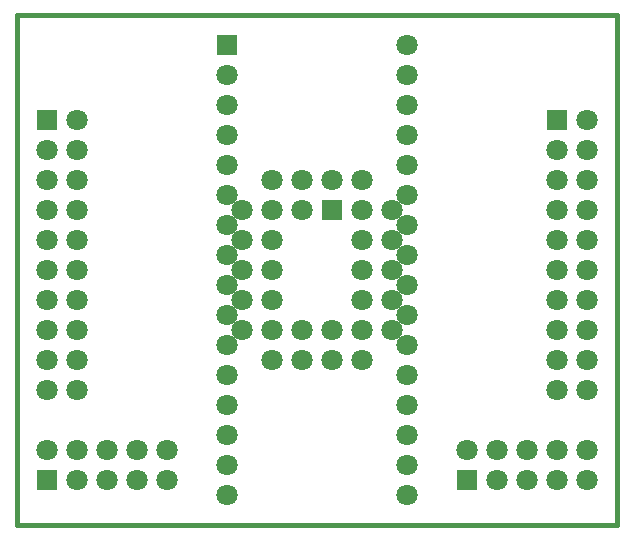
<source format=gbs>
G04 (created by PCBNEW-RS274X (2012-01-19 BZR 3256)-stable) date Tue 02 Jul 2013 11:49:59 AM CDT*
G01*
G70*
G90*
%MOIN*%
G04 Gerber Fmt 3.4, Leading zero omitted, Abs format*
%FSLAX34Y34*%
G04 APERTURE LIST*
%ADD10C,0.006000*%
%ADD11C,0.015000*%
%ADD12R,0.071000X0.071000*%
%ADD13C,0.071000*%
G04 APERTURE END LIST*
G54D10*
G54D11*
X51000Y-53000D02*
X51000Y-49500D01*
X71000Y-53000D02*
X51000Y-53000D01*
X71000Y-49500D02*
X71000Y-53000D01*
X51000Y-49500D02*
X51000Y-36000D01*
X71000Y-36000D02*
X71000Y-49500D01*
X51000Y-36000D02*
X71000Y-36000D01*
G54D12*
X58000Y-37000D03*
G54D13*
X58000Y-38000D03*
X58000Y-39000D03*
X58000Y-40000D03*
X58000Y-41000D03*
X58000Y-42000D03*
X58000Y-43000D03*
X58000Y-44000D03*
X58000Y-45000D03*
X58000Y-46000D03*
X58000Y-47000D03*
X58000Y-48000D03*
X58000Y-49000D03*
X58000Y-50000D03*
X58000Y-51000D03*
X58000Y-52000D03*
X64000Y-52000D03*
X64000Y-51000D03*
X64000Y-50000D03*
X64000Y-49000D03*
X64000Y-48000D03*
X64000Y-47000D03*
X64000Y-46000D03*
X64000Y-45000D03*
X64000Y-44000D03*
X64000Y-43000D03*
X64000Y-42000D03*
X64000Y-41000D03*
X64000Y-40000D03*
X64000Y-39000D03*
X64000Y-38000D03*
X64000Y-37000D03*
G54D12*
X52000Y-51500D03*
G54D13*
X52000Y-50500D03*
X53000Y-51500D03*
X53000Y-50500D03*
X54000Y-51500D03*
X54000Y-50500D03*
X55000Y-51500D03*
X55000Y-50500D03*
X56000Y-51500D03*
X56000Y-50500D03*
G54D12*
X66000Y-51500D03*
G54D13*
X66000Y-50500D03*
X67000Y-51500D03*
X67000Y-50500D03*
X68000Y-51500D03*
X68000Y-50500D03*
X69000Y-51500D03*
X69000Y-50500D03*
X70000Y-51500D03*
X70000Y-50500D03*
G54D12*
X61499Y-42501D03*
G54D13*
X60500Y-41501D03*
X60500Y-42501D03*
X59500Y-41501D03*
X58500Y-42501D03*
X59500Y-42501D03*
X58500Y-43501D03*
X59500Y-43501D03*
X58500Y-44500D03*
X59500Y-44500D03*
X58500Y-45500D03*
X59500Y-45500D03*
X58500Y-46500D03*
X59500Y-47500D03*
X59500Y-46500D03*
X60500Y-47500D03*
X60500Y-46500D03*
X61499Y-47500D03*
X61499Y-46500D03*
X62499Y-47500D03*
X63499Y-46500D03*
X62499Y-46500D03*
X63499Y-45500D03*
X62499Y-45500D03*
X63499Y-44500D03*
X62499Y-44500D03*
X63499Y-43501D03*
X62499Y-43501D03*
X63499Y-42501D03*
X62499Y-41501D03*
X62499Y-42501D03*
X61499Y-41501D03*
G54D12*
X52000Y-39500D03*
G54D13*
X53000Y-39500D03*
X52000Y-40500D03*
X53000Y-40500D03*
X52000Y-41500D03*
X53000Y-41500D03*
X52000Y-42500D03*
X53000Y-42500D03*
X52000Y-43500D03*
X53000Y-43500D03*
X52000Y-44500D03*
X53000Y-44500D03*
X52000Y-45500D03*
X53000Y-45500D03*
X52000Y-46500D03*
X53000Y-46500D03*
X52000Y-47500D03*
X53000Y-47500D03*
X52000Y-48500D03*
X53000Y-48500D03*
G54D12*
X69000Y-39500D03*
G54D13*
X70000Y-39500D03*
X69000Y-40500D03*
X70000Y-40500D03*
X69000Y-41500D03*
X70000Y-41500D03*
X69000Y-42500D03*
X70000Y-42500D03*
X69000Y-43500D03*
X70000Y-43500D03*
X69000Y-44500D03*
X70000Y-44500D03*
X69000Y-45500D03*
X70000Y-45500D03*
X69000Y-46500D03*
X70000Y-46500D03*
X69000Y-47500D03*
X70000Y-47500D03*
X69000Y-48500D03*
X70000Y-48500D03*
M02*

</source>
